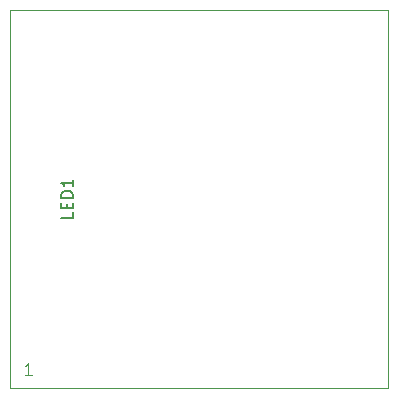
<source format=gbr>
%TF.GenerationSoftware,KiCad,Pcbnew,7.0.10-7.0.10~ubuntu22.04.1*%
%TF.CreationDate,2024-03-01T21:08:23-05:00*%
%TF.ProjectId,digit_8x9,64696769-745f-4387-9839-2e6b69636164,rev?*%
%TF.SameCoordinates,Original*%
%TF.FileFunction,Legend,Top*%
%TF.FilePolarity,Positive*%
%FSLAX46Y46*%
G04 Gerber Fmt 4.6, Leading zero omitted, Abs format (unit mm)*
G04 Created by KiCad (PCBNEW 7.0.10-7.0.10~ubuntu22.04.1) date 2024-03-01 21:08:23*
%MOMM*%
%LPD*%
G01*
G04 APERTURE LIST*
%ADD10C,0.150000*%
%ADD11C,0.100000*%
G04 APERTURE END LIST*
D10*
X81204819Y-58119047D02*
X81204819Y-58595237D01*
X81204819Y-58595237D02*
X80204819Y-58595237D01*
X80681009Y-57785713D02*
X80681009Y-57452380D01*
X81204819Y-57309523D02*
X81204819Y-57785713D01*
X81204819Y-57785713D02*
X80204819Y-57785713D01*
X80204819Y-57785713D02*
X80204819Y-57309523D01*
X81204819Y-56880951D02*
X80204819Y-56880951D01*
X80204819Y-56880951D02*
X80204819Y-56642856D01*
X80204819Y-56642856D02*
X80252438Y-56499999D01*
X80252438Y-56499999D02*
X80347676Y-56404761D01*
X80347676Y-56404761D02*
X80442914Y-56357142D01*
X80442914Y-56357142D02*
X80633390Y-56309523D01*
X80633390Y-56309523D02*
X80776247Y-56309523D01*
X80776247Y-56309523D02*
X80966723Y-56357142D01*
X80966723Y-56357142D02*
X81061961Y-56404761D01*
X81061961Y-56404761D02*
X81157200Y-56499999D01*
X81157200Y-56499999D02*
X81204819Y-56642856D01*
X81204819Y-56642856D02*
X81204819Y-56880951D01*
X81204819Y-55357142D02*
X81204819Y-55928570D01*
X81204819Y-55642856D02*
X80204819Y-55642856D01*
X80204819Y-55642856D02*
X80347676Y-55738094D01*
X80347676Y-55738094D02*
X80442914Y-55833332D01*
X80442914Y-55833332D02*
X80490533Y-55928570D01*
D11*
X77717693Y-71872419D02*
X77146265Y-71872419D01*
X77431979Y-71872419D02*
X77431979Y-70872419D01*
X77431979Y-70872419D02*
X77336741Y-71015276D01*
X77336741Y-71015276D02*
X77241503Y-71110514D01*
X77241503Y-71110514D02*
X77146265Y-71158133D01*
%TO.C,LED1*%
X75890000Y-41000000D02*
X107890000Y-41000000D01*
X75890000Y-73000000D02*
X75890000Y-41000000D01*
X107890000Y-41000000D02*
X107890000Y-73000000D01*
X107890000Y-73000000D02*
X75890000Y-73000000D01*
%TD*%
M02*

</source>
